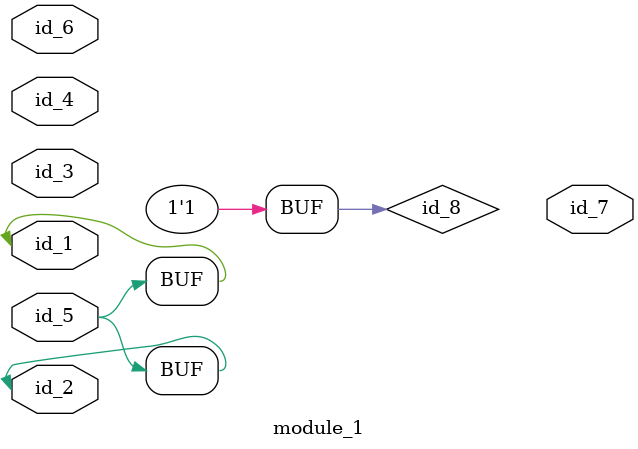
<source format=v>
module module_0;
  assign id_1 = (1 == id_1);
  assign id_2 = 1'b0;
  assign module_1.id_2 = 0;
  wire id_3;
  assign id_1 = -1;
  wire id_4;
  assign id_1 = 1;
endmodule
module module_1 (
    id_1,
    id_2,
    id_3,
    id_4,
    id_5,
    id_6,
    id_7
);
  output wire id_7;
  input wire id_6;
  input wire id_5;
  input wire id_4;
  inout wire id_3;
  inout wire id_2;
  inout wire id_1;
  assign id_2 = id_5;
  supply1 id_8;
  always id_1 <= -1 < id_8 ? id_1 : id_5;
  module_0 modCall_1 ();
endmodule

</source>
